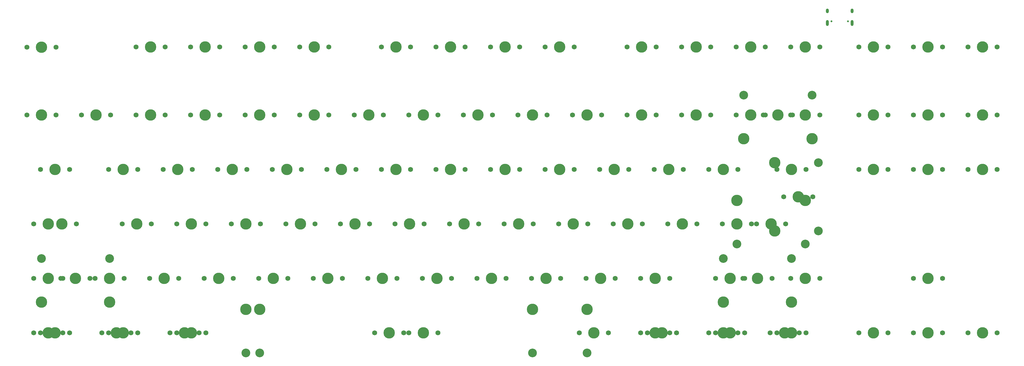
<source format=gbr>
%TF.GenerationSoftware,KiCad,Pcbnew,(6.0.5)*%
%TF.CreationDate,2022-07-03T10:27:10+08:00*%
%TF.ProjectId,orion-PCB,6f72696f-6e2d-4504-9342-2e6b69636164,rev?*%
%TF.SameCoordinates,Original*%
%TF.FileFunction,Soldermask,Top*%
%TF.FilePolarity,Negative*%
%FSLAX46Y46*%
G04 Gerber Fmt 4.6, Leading zero omitted, Abs format (unit mm)*
G04 Created by KiCad (PCBNEW (6.0.5)) date 2022-07-03 10:27:10*
%MOMM*%
%LPD*%
G01*
G04 APERTURE LIST*
%ADD10C,3.048000*%
%ADD11C,3.987800*%
%ADD12C,1.750000*%
%ADD13C,0.650000*%
%ADD14O,1.000000X1.600000*%
%ADD15O,1.000000X2.100000*%
G04 APERTURE END LIST*
D10*
%TO.C,S1*%
X258881250Y-71427500D03*
X235068750Y-71427500D03*
D11*
X235068750Y-86667500D03*
X258881250Y-86667500D03*
%TD*%
D12*
%TO.C,SW33*%
X232370000Y-78412500D03*
D11*
X237450000Y-78412500D03*
D12*
X242530000Y-78412500D03*
%TD*%
%TO.C,SW82*%
X209192500Y-135562500D03*
D11*
X204112500Y-135562500D03*
D12*
X199032500Y-135562500D03*
%TD*%
D11*
%TO.C,SW76*%
X89812500Y-135562500D03*
D12*
X84732500Y-135562500D03*
X94892500Y-135562500D03*
%TD*%
D11*
%TO.C,SW8*%
X132675000Y-54600000D03*
D12*
X137755000Y-54600000D03*
X127595000Y-54600000D03*
%TD*%
D11*
%TO.C,SW83*%
X239831250Y-135562500D03*
D12*
X244911250Y-135562500D03*
X234751250Y-135562500D03*
%TD*%
%TO.C,SW2*%
X-15255000Y-54625000D03*
D11*
X-10175000Y-54625000D03*
D12*
X-5095000Y-54625000D03*
%TD*%
D11*
%TO.C,SW28*%
X161250000Y-78412500D03*
D12*
X166330000Y-78412500D03*
X156170000Y-78412500D03*
%TD*%
%TO.C,SW42*%
X89495000Y-97462500D03*
X99655000Y-97462500D03*
D11*
X94575000Y-97462500D03*
%TD*%
D12*
%TO.C,SW36*%
X323492500Y-78412500D03*
X313332500Y-78412500D03*
D11*
X318412500Y-78412500D03*
%TD*%
D12*
%TO.C,SW95*%
X187761250Y-154612500D03*
X177601250Y-154612500D03*
D11*
X182681250Y-154612500D03*
%TD*%
D12*
%TO.C,SW97*%
X211573750Y-154612500D03*
X201413750Y-154612500D03*
D11*
X206493750Y-154612500D03*
%TD*%
D12*
%TO.C,SW84*%
X235386250Y-135562500D03*
D11*
X230306250Y-135562500D03*
D12*
X225226250Y-135562500D03*
%TD*%
D11*
%TO.C,SW90*%
X18375000Y-154612500D03*
D12*
X23455000Y-154612500D03*
X13295000Y-154612500D03*
%TD*%
D11*
%TO.C,SW51*%
X254118750Y-106987500D03*
D12*
X259198750Y-106987500D03*
X249038750Y-106987500D03*
%TD*%
D11*
%TO.C,SW87*%
X-7818750Y-154612500D03*
D12*
X-2738750Y-154612500D03*
X-12898750Y-154612500D03*
%TD*%
D11*
%TO.C,SW80*%
X166012500Y-135562500D03*
D12*
X160932500Y-135562500D03*
X171092500Y-135562500D03*
%TD*%
%TO.C,SW27*%
X137120000Y-78412500D03*
D11*
X142200000Y-78412500D03*
D12*
X147280000Y-78412500D03*
%TD*%
D11*
%TO.C,SW9*%
X151725000Y-54600000D03*
D12*
X146645000Y-54600000D03*
X156805000Y-54600000D03*
%TD*%
%TO.C,SW100*%
X254436250Y-154612500D03*
D11*
X249356250Y-154612500D03*
D12*
X244276250Y-154612500D03*
%TD*%
%TO.C,SW67*%
X208557500Y-116512500D03*
X218717500Y-116512500D03*
D11*
X213637500Y-116512500D03*
%TD*%
D12*
%TO.C,SW71*%
X6786250Y-135562500D03*
X-3373750Y-135562500D03*
D11*
X1706250Y-135562500D03*
%TD*%
D12*
%TO.C,SW40*%
X51395000Y-97462500D03*
D11*
X56475000Y-97462500D03*
D12*
X61555000Y-97462500D03*
%TD*%
D11*
%TO.C,SW52*%
X280312500Y-97462500D03*
D12*
X285392500Y-97462500D03*
X275232500Y-97462500D03*
%TD*%
D11*
%TO.C,SW15*%
X280312500Y-54600000D03*
D12*
X285392500Y-54600000D03*
X275232500Y-54600000D03*
%TD*%
%TO.C,SW46*%
X175850000Y-97460000D03*
X165690000Y-97460000D03*
D11*
X170770000Y-97460000D03*
%TD*%
D12*
%TO.C,SW49*%
X233005000Y-97460000D03*
D11*
X227925000Y-97460000D03*
D12*
X222845000Y-97460000D03*
%TD*%
%TO.C,SW68*%
X237767500Y-116512500D03*
X227607500Y-116512500D03*
D11*
X232687500Y-116512500D03*
%TD*%
D12*
%TO.C,SW65*%
X170457500Y-116512500D03*
X180617500Y-116512500D03*
D11*
X175537500Y-116512500D03*
%TD*%
D12*
%TO.C,SW101*%
X246657500Y-154612500D03*
X256817500Y-154612500D03*
D11*
X251737500Y-154612500D03*
%TD*%
D12*
%TO.C,SW43*%
X118705000Y-97462500D03*
X108545000Y-97462500D03*
D11*
X113625000Y-97462500D03*
%TD*%
D12*
%TO.C,SW79*%
X141882500Y-135562500D03*
D11*
X146962500Y-135562500D03*
D12*
X152042500Y-135562500D03*
%TD*%
D11*
%TO.C,SW61*%
X99337500Y-116512500D03*
D12*
X104417500Y-116512500D03*
X94257500Y-116512500D03*
%TD*%
%TO.C,SW38*%
X23455000Y-97462500D03*
X13295000Y-97462500D03*
D11*
X18375000Y-97462500D03*
%TD*%
%TO.C,SW34*%
X280312500Y-78412500D03*
D12*
X285392500Y-78412500D03*
X275232500Y-78412500D03*
%TD*%
%TO.C,SW5*%
X60920000Y-54600000D03*
X71080000Y-54600000D03*
D11*
X66000000Y-54600000D03*
%TD*%
D12*
%TO.C,SW30*%
X204430000Y-78412500D03*
D11*
X199350000Y-78412500D03*
D12*
X194270000Y-78412500D03*
%TD*%
%TO.C,SW57*%
X18057500Y-116512500D03*
D11*
X23137500Y-116512500D03*
D12*
X28217500Y-116512500D03*
%TD*%
%TO.C,SW53*%
X304442500Y-97462500D03*
X294282500Y-97462500D03*
D11*
X299362500Y-97462500D03*
%TD*%
%TO.C,SW21*%
X27900000Y-78412500D03*
D12*
X32980000Y-78412500D03*
X22820000Y-78412500D03*
%TD*%
D11*
%TO.C,S5*%
X251737500Y-143817500D03*
D10*
X251737500Y-128577500D03*
X227925000Y-128577500D03*
D11*
X227925000Y-143817500D03*
%TD*%
D12*
%TO.C,SW16*%
X294282500Y-54600000D03*
X304442500Y-54600000D03*
D11*
X299362500Y-54600000D03*
%TD*%
%TO.C,SW47*%
X189825000Y-97460000D03*
D12*
X194905000Y-97460000D03*
X184745000Y-97460000D03*
%TD*%
D11*
%TO.C,SW104*%
X318412500Y-154612500D03*
D12*
X313332500Y-154612500D03*
X323492500Y-154612500D03*
%TD*%
%TO.C,SW102*%
X285392500Y-154612500D03*
X275232500Y-154612500D03*
D11*
X280312500Y-154612500D03*
%TD*%
D12*
%TO.C,SW69*%
X249673750Y-116512500D03*
X239513750Y-116512500D03*
D11*
X244593750Y-116512500D03*
%TD*%
%TO.C,SW75*%
X70762500Y-135562500D03*
D12*
X65682500Y-135562500D03*
X75842500Y-135562500D03*
%TD*%
%TO.C,SW31*%
X213320000Y-78412500D03*
X223480000Y-78412500D03*
D11*
X218400000Y-78412500D03*
%TD*%
%TO.C,SW24*%
X85050000Y-78412500D03*
D12*
X79970000Y-78412500D03*
X90130000Y-78412500D03*
%TD*%
%TO.C,SW92*%
X47267500Y-154612500D03*
D11*
X42187500Y-154612500D03*
D12*
X37107500Y-154612500D03*
%TD*%
D10*
%TO.C,S3*%
X256500000Y-123497500D03*
D11*
X232687500Y-108257500D03*
X256500000Y-108257500D03*
D10*
X232687500Y-123497500D03*
%TD*%
D12*
%TO.C,SW32*%
X252055000Y-78412500D03*
D11*
X246975000Y-78412500D03*
D12*
X241895000Y-78412500D03*
%TD*%
%TO.C,SW59*%
X56157500Y-116512500D03*
X66317500Y-116512500D03*
D11*
X61237500Y-116512500D03*
%TD*%
D12*
%TO.C,SW6*%
X79970000Y-54600000D03*
X90130000Y-54600000D03*
D11*
X85050000Y-54600000D03*
%TD*%
D12*
%TO.C,SW58*%
X47267500Y-116512500D03*
X37107500Y-116512500D03*
D11*
X42187500Y-116512500D03*
%TD*%
%TO.C,SW77*%
X108862500Y-135562500D03*
D12*
X113942500Y-135562500D03*
X103782500Y-135562500D03*
%TD*%
D11*
%TO.C,SW103*%
X299362500Y-154612500D03*
D12*
X304442500Y-154612500D03*
X294282500Y-154612500D03*
%TD*%
D11*
%TO.C,S6*%
X161250000Y-146357500D03*
D10*
X61237500Y-161597500D03*
X161250000Y-161597500D03*
D11*
X61237500Y-146357500D03*
%TD*%
%TO.C,SW62*%
X118387500Y-116512500D03*
D12*
X113307500Y-116512500D03*
X123467500Y-116512500D03*
%TD*%
%TO.C,SW20*%
X3770000Y-78412500D03*
X13930000Y-78412500D03*
D11*
X8850000Y-78412500D03*
%TD*%
%TO.C,SW44*%
X132675000Y-97462500D03*
D12*
X137755000Y-97462500D03*
X127595000Y-97462500D03*
%TD*%
%TO.C,SW45*%
X146645000Y-97462500D03*
D11*
X151725000Y-97462500D03*
D12*
X156805000Y-97462500D03*
%TD*%
%TO.C,SW4*%
X41870000Y-54600000D03*
X52030000Y-54600000D03*
D11*
X46950000Y-54600000D03*
%TD*%
D12*
%TO.C,SW74*%
X56792500Y-135562500D03*
X46632500Y-135562500D03*
D11*
X51712500Y-135562500D03*
%TD*%
D12*
%TO.C,SW26*%
X118070000Y-78412500D03*
X128230000Y-78412500D03*
D11*
X123150000Y-78412500D03*
%TD*%
D12*
%TO.C,SW89*%
X21073750Y-154612500D03*
X10913750Y-154612500D03*
D11*
X15993750Y-154612500D03*
%TD*%
D12*
%TO.C,SW50*%
X246657500Y-97460000D03*
X256817500Y-97460000D03*
D11*
X251737500Y-97460000D03*
%TD*%
D12*
%TO.C,SW91*%
X34726250Y-154612500D03*
X44886250Y-154612500D03*
D11*
X39806250Y-154612500D03*
%TD*%
%TO.C,SW13*%
X237450000Y-54600000D03*
D12*
X242530000Y-54600000D03*
X232370000Y-54600000D03*
%TD*%
%TO.C,SW17*%
X323492500Y-54600000D03*
D11*
X318412500Y-54600000D03*
D12*
X313332500Y-54600000D03*
%TD*%
%TO.C,SW85*%
X251420000Y-135562500D03*
D11*
X256500000Y-135562500D03*
D12*
X261580000Y-135562500D03*
%TD*%
%TO.C,SW60*%
X75207500Y-116512500D03*
D11*
X80287500Y-116512500D03*
D12*
X85367500Y-116512500D03*
%TD*%
D11*
%TO.C,SW48*%
X208875000Y-97460000D03*
D12*
X213955000Y-97460000D03*
X203795000Y-97460000D03*
%TD*%
D11*
%TO.C,SW3*%
X27900000Y-54600000D03*
D12*
X22820000Y-54600000D03*
X32980000Y-54600000D03*
%TD*%
D11*
%TO.C,S7*%
X66000000Y-146357500D03*
D10*
X180300000Y-161597500D03*
X66000000Y-161597500D03*
D11*
X180300000Y-146357500D03*
%TD*%
D12*
%TO.C,SW56*%
X2023750Y-116512500D03*
D11*
X-3056250Y-116512500D03*
D12*
X-8136250Y-116512500D03*
%TD*%
%TO.C,SW93*%
X106163750Y-154612500D03*
D11*
X111243750Y-154612500D03*
D12*
X116323750Y-154612500D03*
%TD*%
D11*
%TO.C,SW41*%
X75525000Y-97462500D03*
D12*
X80605000Y-97462500D03*
X70445000Y-97462500D03*
%TD*%
%TO.C,SW98*%
X233005000Y-154612500D03*
X222845000Y-154612500D03*
D11*
X227925000Y-154612500D03*
%TD*%
D12*
%TO.C,SW73*%
X37742500Y-135562500D03*
X27582500Y-135562500D03*
D11*
X32662500Y-135562500D03*
%TD*%
%TO.C,SW64*%
X156487500Y-116512500D03*
D12*
X161567500Y-116512500D03*
X151407500Y-116512500D03*
%TD*%
%TO.C,SW54*%
X323492500Y-97462500D03*
X313332500Y-97462500D03*
D11*
X318412500Y-97462500D03*
%TD*%
D12*
%TO.C,SW88*%
X-357500Y-154612500D03*
D11*
X-5437500Y-154612500D03*
D12*
X-10517500Y-154612500D03*
%TD*%
%TO.C,SW78*%
X132992500Y-135562500D03*
D11*
X127912500Y-135562500D03*
D12*
X122832500Y-135562500D03*
%TD*%
D11*
%TO.C,SW23*%
X66000000Y-78412500D03*
D12*
X60920000Y-78412500D03*
X71080000Y-78412500D03*
%TD*%
D11*
%TO.C,SW39*%
X37425000Y-97462500D03*
D12*
X32345000Y-97462500D03*
X42505000Y-97462500D03*
%TD*%
D11*
%TO.C,SW10*%
X170775000Y-54600000D03*
D12*
X165695000Y-54600000D03*
X175855000Y-54600000D03*
%TD*%
D11*
%TO.C,SW22*%
X46950000Y-78412500D03*
D12*
X41870000Y-78412500D03*
X52030000Y-78412500D03*
%TD*%
%TO.C,SW70*%
X-2738750Y-135562500D03*
D11*
X-7818750Y-135562500D03*
D12*
X-12898750Y-135562500D03*
%TD*%
%TO.C,SW99*%
X225226250Y-154612500D03*
D11*
X230306250Y-154612500D03*
D12*
X235386250Y-154612500D03*
%TD*%
D10*
%TO.C,S4*%
X13612500Y-128577500D03*
D11*
X-10200000Y-143817500D03*
D10*
X-10200000Y-128577500D03*
D11*
X13612500Y-143817500D03*
%TD*%
%TO.C,SW96*%
X204112500Y-154612500D03*
D12*
X209192500Y-154612500D03*
X199032500Y-154612500D03*
%TD*%
D11*
%TO.C,SW7*%
X113625000Y-54600000D03*
D12*
X108545000Y-54600000D03*
X118705000Y-54600000D03*
%TD*%
D11*
%TO.C,SW25*%
X104100000Y-78412500D03*
D12*
X99020000Y-78412500D03*
X109180000Y-78412500D03*
%TD*%
%TO.C,SW37*%
X-10517500Y-97462500D03*
X-357500Y-97462500D03*
D11*
X-5437500Y-97462500D03*
%TD*%
D12*
%TO.C,SW35*%
X304442500Y-78412500D03*
D11*
X299362500Y-78412500D03*
D12*
X294282500Y-78412500D03*
%TD*%
%TO.C,SW86*%
X294282500Y-135562500D03*
D11*
X299362500Y-135562500D03*
D12*
X304442500Y-135562500D03*
%TD*%
D11*
%TO.C,SW12*%
X218400000Y-54600000D03*
D12*
X223480000Y-54600000D03*
X213320000Y-54600000D03*
%TD*%
%TO.C,SW55*%
X-12898750Y-116512500D03*
D11*
X-7818750Y-116512500D03*
D12*
X-2738750Y-116512500D03*
%TD*%
D11*
%TO.C,SW11*%
X199380000Y-54600000D03*
D12*
X194300000Y-54600000D03*
X204460000Y-54600000D03*
%TD*%
D11*
%TO.C,SW66*%
X194587500Y-116512500D03*
D12*
X199667500Y-116512500D03*
X189507500Y-116512500D03*
%TD*%
%TO.C,SW29*%
X175220000Y-78412500D03*
D11*
X180300000Y-78412500D03*
D12*
X185380000Y-78412500D03*
%TD*%
%TO.C,SW14*%
X261580000Y-54600000D03*
D11*
X256500000Y-54600000D03*
D12*
X251420000Y-54600000D03*
%TD*%
%TO.C,SW72*%
X8532500Y-135562500D03*
X18692500Y-135562500D03*
D11*
X13612500Y-135562500D03*
%TD*%
D10*
%TO.C,S2*%
X261103750Y-95081250D03*
D11*
X245863750Y-118893750D03*
D10*
X261103750Y-118893750D03*
D11*
X245863750Y-95081250D03*
%TD*%
D12*
%TO.C,SW18*%
X261580000Y-78412500D03*
X251420000Y-78412500D03*
D11*
X256500000Y-78412500D03*
%TD*%
D12*
%TO.C,SW94*%
X128230000Y-154612500D03*
X118070000Y-154612500D03*
D11*
X123150000Y-154612500D03*
%TD*%
D12*
%TO.C,SW63*%
X142517500Y-116512500D03*
D11*
X137437500Y-116512500D03*
D12*
X132357500Y-116512500D03*
%TD*%
D11*
%TO.C,SW19*%
X-10175000Y-78412500D03*
D12*
X-5095000Y-78412500D03*
X-15255000Y-78412500D03*
%TD*%
D11*
%TO.C,SW81*%
X185062500Y-135562500D03*
D12*
X179982500Y-135562500D03*
X190142500Y-135562500D03*
%TD*%
D13*
%TO.C,J1*%
X265696250Y-45637500D03*
X271476250Y-45637500D03*
D14*
X272906250Y-41987500D03*
X264266250Y-41987500D03*
D15*
X272906250Y-46167500D03*
X264266250Y-46167500D03*
%TD*%
M02*

</source>
